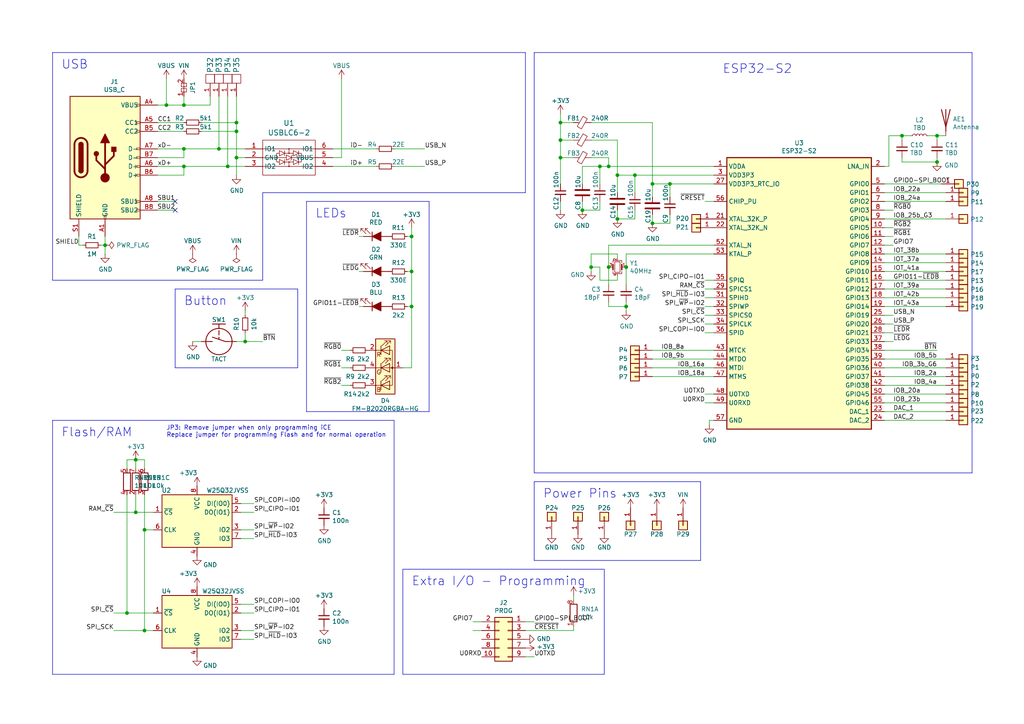
<source format=kicad_sch>
(kicad_sch (version 20200618) (host eeschema "5.99.0-unknown-476558e~101~ubuntu18.04.1")
  (page 1 1)
  (paper "A4")
  (title_block (title "Obsidian Boa") (date "2020-07-06") (rev "r0.1") (company "GsD") (comment 1 "Inspired by 1BitSquared iceBitsy design") (comment 3 "© 2020 Greg Davill <greg.davill@gmail.com>") (comment 4 "License: CC BY-SA 4.0"))
  (junction (at 30.48 71.12))
  (junction (at 36.83 177.8))
  (junction (at 39.37 133.35))
  (junction (at 39.37 148.59))
  (junction (at 41.91 153.67))
  (junction (at 41.91 182.88))
  (junction (at 48.26 30.48))
  (junction (at 53.34 30.48))
  (junction (at 53.34 43.18))
  (junction (at 53.34 48.26))
  (junction (at 63.5 43.18))
  (junction (at 66.04 48.26))
  (junction (at 68.58 35.56))
  (junction (at 68.58 38.1))
  (junction (at 68.58 45.72))
  (junction (at 71.12 99.06))
  (junction (at 119.38 68.58))
  (junction (at 119.38 78.74))
  (junction (at 119.38 88.9))
  (junction (at 162.56 35.56))
  (junction (at 162.56 40.64))
  (junction (at 162.56 45.72))
  (junction (at 168.91 60.96))
  (junction (at 171.45 77.47))
  (junction (at 173.99 48.26))
  (junction (at 176.53 48.26))
  (junction (at 176.53 77.47))
  (junction (at 179.07 50.8))
  (junction (at 179.07 63.5))
  (junction (at 181.61 77.47))
  (junction (at 181.61 88.9))
  (junction (at 184.15 50.8))
  (junction (at 189.23 53.34))
  (junction (at 189.23 64.77))
  (junction (at 194.31 53.34))
  (junction (at 261.62 39.37))
  (junction (at 271.78 39.37))
  (junction (at 271.78 46.99))
  (junction (at 313.69 152.4))
  (junction (at 321.31 152.4))
  (junction (at 360.68 149.86))
  (junction (at 360.68 160.02))
  (junction (at 360.68 161.29))
  (junction (at 364.49 149.86))
  (junction (at 370.84 149.86))
  (no_connect (at 50.8 58.42))
  (no_connect (at 50.8 60.96))
  (wire (pts (xy 22.86 68.58) (xy 22.86 71.12)))
  (wire (pts (xy 22.86 71.12) (xy 24.13 71.12)))
  (wire (pts (xy 29.21 71.12) (xy 30.48 71.12)))
  (wire (pts (xy 30.48 71.12) (xy 30.48 68.58)))
  (wire (pts (xy 30.48 71.12) (xy 30.48 73.66)))
  (wire (pts (xy 33.02 148.59) (xy 39.37 148.59)))
  (wire (pts (xy 33.02 177.8) (xy 36.83 177.8)))
  (wire (pts (xy 33.02 182.88) (xy 41.91 182.88)))
  (wire (pts (xy 36.83 133.35) (xy 36.83 135.89)))
  (wire (pts (xy 36.83 143.51) (xy 36.83 177.8)))
  (wire (pts (xy 36.83 177.8) (xy 44.45 177.8)))
  (wire (pts (xy 39.37 133.35) (xy 36.83 133.35)))
  (wire (pts (xy 39.37 133.35) (xy 39.37 135.89)))
  (wire (pts (xy 39.37 133.35) (xy 41.91 133.35)))
  (wire (pts (xy 39.37 143.51) (xy 39.37 148.59)))
  (wire (pts (xy 39.37 148.59) (xy 44.45 148.59)))
  (wire (pts (xy 41.91 133.35) (xy 41.91 135.89)))
  (wire (pts (xy 41.91 143.51) (xy 41.91 153.67)))
  (wire (pts (xy 41.91 153.67) (xy 41.91 182.88)))
  (wire (pts (xy 41.91 182.88) (xy 44.45 182.88)))
  (wire (pts (xy 44.45 153.67) (xy 41.91 153.67)))
  (wire (pts (xy 45.72 30.48) (xy 48.26 30.48)))
  (wire (pts (xy 45.72 35.56) (xy 53.34 35.56)))
  (wire (pts (xy 45.72 38.1) (xy 53.34 38.1)))
  (wire (pts (xy 45.72 43.18) (xy 53.34 43.18)))
  (wire (pts (xy 45.72 45.72) (xy 53.34 45.72)))
  (wire (pts (xy 45.72 48.26) (xy 53.34 48.26)))
  (wire (pts (xy 45.72 50.8) (xy 53.34 50.8)))
  (wire (pts (xy 45.72 58.42) (xy 50.8 58.42)))
  (wire (pts (xy 45.72 60.96) (xy 50.8 60.96)))
  (wire (pts (xy 48.26 30.48) (xy 48.26 22.86)))
  (wire (pts (xy 48.26 30.48) (xy 53.34 30.48)))
  (wire (pts (xy 53.34 27.94) (xy 53.34 30.48)))
  (wire (pts (xy 53.34 43.18) (xy 63.5 43.18)))
  (wire (pts (xy 53.34 45.72) (xy 53.34 43.18)))
  (wire (pts (xy 53.34 48.26) (xy 66.04 48.26)))
  (wire (pts (xy 53.34 50.8) (xy 53.34 48.26)))
  (wire (pts (xy 58.42 35.56) (xy 68.58 35.56)))
  (wire (pts (xy 58.42 38.1) (xy 68.58 38.1)))
  (wire (pts (xy 58.42 99.06) (xy 55.88 99.06)))
  (wire (pts (xy 60.96 27.94) (xy 60.96 30.48)))
  (wire (pts (xy 60.96 30.48) (xy 53.34 30.48)))
  (wire (pts (xy 63.5 27.94) (xy 63.5 43.18)))
  (wire (pts (xy 63.5 43.18) (xy 71.12 43.18)))
  (wire (pts (xy 66.04 27.94) (xy 66.04 48.26)))
  (wire (pts (xy 66.04 48.26) (xy 71.12 48.26)))
  (wire (pts (xy 68.58 27.94) (xy 68.58 35.56)))
  (wire (pts (xy 68.58 35.56) (xy 68.58 38.1)))
  (wire (pts (xy 68.58 38.1) (xy 68.58 45.72)))
  (wire (pts (xy 68.58 45.72) (xy 68.58 50.8)))
  (wire (pts (xy 68.58 99.06) (xy 71.12 99.06)))
  (wire (pts (xy 69.85 146.05) (xy 73.66 146.05)))
  (wire (pts (xy 69.85 148.59) (xy 73.66 148.59)))
  (wire (pts (xy 69.85 153.67) (xy 73.66 153.67)))
  (wire (pts (xy 69.85 156.21) (xy 73.66 156.21)))
  (wire (pts (xy 69.85 175.26) (xy 73.66 175.26)))
  (wire (pts (xy 69.85 177.8) (xy 73.66 177.8)))
  (wire (pts (xy 69.85 182.88) (xy 73.66 182.88)))
  (wire (pts (xy 69.85 185.42) (xy 73.66 185.42)))
  (wire (pts (xy 71.12 45.72) (xy 68.58 45.72)))
  (wire (pts (xy 71.12 90.17) (xy 71.12 91.44)))
  (wire (pts (xy 71.12 99.06) (xy 71.12 96.52)))
  (wire (pts (xy 71.12 99.06) (xy 76.2 99.06)))
  (wire (pts (xy 96.52 43.18) (xy 109.22 43.18)))
  (wire (pts (xy 96.52 45.72) (xy 99.06 45.72)))
  (wire (pts (xy 96.52 48.26) (xy 109.22 48.26)))
  (wire (pts (xy 99.06 45.72) (xy 99.06 22.86)))
  (wire (pts (xy 99.06 101.6) (xy 101.6 101.6)))
  (wire (pts (xy 99.06 106.68) (xy 101.6 106.68)))
  (wire (pts (xy 99.06 111.76) (xy 101.6 111.76)))
  (wire (pts (xy 104.14 88.9) (xy 105.41 88.9)))
  (wire (pts (xy 105.41 68.58) (xy 104.14 68.58)))
  (wire (pts (xy 105.41 78.74) (xy 104.14 78.74)))
  (wire (pts (xy 114.3 43.18) (xy 123.19 43.18)))
  (wire (pts (xy 114.3 48.26) (xy 123.19 48.26)))
  (wire (pts (xy 116.84 106.68) (xy 119.38 106.68)))
  (wire (pts (xy 118.11 68.58) (xy 119.38 68.58)))
  (wire (pts (xy 118.11 78.74) (xy 119.38 78.74)))
  (wire (pts (xy 118.11 88.9) (xy 119.38 88.9)))
  (wire (pts (xy 119.38 68.58) (xy 119.38 66.04)))
  (wire (pts (xy 119.38 78.74) (xy 119.38 68.58)))
  (wire (pts (xy 119.38 88.9) (xy 119.38 78.74)))
  (wire (pts (xy 119.38 106.68) (xy 119.38 88.9)))
  (wire (pts (xy 139.7 180.34) (xy 137.16 180.34)))
  (wire (pts (xy 139.7 182.88) (xy 137.16 182.88)))
  (wire (pts (xy 152.4 180.34) (xy 154.94 180.34)))
  (wire (pts (xy 152.4 182.88) (xy 166.37 182.88)))
  (wire (pts (xy 152.4 190.5) (xy 154.94 190.5)))
  (wire (pts (xy 162.56 33.02) (xy 162.56 35.56)))
  (wire (pts (xy 162.56 35.56) (xy 162.56 40.64)))
  (wire (pts (xy 162.56 35.56) (xy 166.37 35.56)))
  (wire (pts (xy 162.56 40.64) (xy 162.56 45.72)))
  (wire (pts (xy 162.56 40.64) (xy 166.37 40.64)))
  (wire (pts (xy 162.56 45.72) (xy 162.56 53.34)))
  (wire (pts (xy 162.56 45.72) (xy 166.37 45.72)))
  (wire (pts (xy 162.56 60.96) (xy 162.56 58.42)))
  (wire (pts (xy 166.37 172.72) (xy 166.37 173.99)))
  (wire (pts (xy 166.37 182.88) (xy 166.37 181.61)))
  (wire (pts (xy 168.91 48.26) (xy 173.99 48.26)))
  (wire (pts (xy 168.91 53.34) (xy 168.91 48.26)))
  (wire (pts (xy 168.91 58.42) (xy 168.91 60.96)))
  (wire (pts (xy 168.91 60.96) (xy 173.99 60.96)))
  (wire (pts (xy 171.45 35.56) (xy 189.23 35.56)))
  (wire (pts (xy 171.45 40.64) (xy 179.07 40.64)))
  (wire (pts (xy 171.45 45.72) (xy 176.53 45.72)))
  (wire (pts (xy 171.45 73.66) (xy 179.07 73.66)))
  (wire (pts (xy 171.45 77.47) (xy 171.45 73.66)))
  (wire (pts (xy 171.45 78.74) (xy 171.45 77.47)))
  (wire (pts (xy 173.99 48.26) (xy 173.99 53.34)))
  (wire (pts (xy 173.99 48.26) (xy 176.53 48.26)))
  (wire (pts (xy 173.99 58.42) (xy 173.99 60.96)))
  (wire (pts (xy 173.99 77.47) (xy 171.45 77.47)))
  (wire (pts (xy 173.99 81.28) (xy 173.99 77.47)))
  (wire (pts (xy 176.53 45.72) (xy 176.53 48.26)))
  (wire (pts (xy 176.53 48.26) (xy 207.01 48.26)))
  (wire (pts (xy 176.53 71.12) (xy 207.01 71.12)))
  (wire (pts (xy 176.53 77.47) (xy 176.53 71.12)))
  (wire (pts (xy 176.53 82.55) (xy 176.53 77.47)))
  (wire (pts (xy 176.53 87.63) (xy 176.53 88.9)))
  (wire (pts (xy 176.53 88.9) (xy 181.61 88.9)))
  (wire (pts (xy 179.07 40.64) (xy 179.07 50.8)))
  (wire (pts (xy 179.07 50.8) (xy 184.15 50.8)))
  (wire (pts (xy 179.07 55.88) (xy 179.07 50.8)))
  (wire (pts (xy 179.07 60.96) (xy 179.07 63.5)))
  (wire (pts (xy 179.07 63.5) (xy 184.15 63.5)))
  (wire (pts (xy 179.07 73.66) (xy 179.07 74.93)))
  (wire (pts (xy 179.07 80.01) (xy 179.07 81.28)))
  (wire (pts (xy 179.07 81.28) (xy 173.99 81.28)))
  (wire (pts (xy 181.61 73.66) (xy 181.61 77.47)))
  (wire (pts (xy 181.61 73.66) (xy 207.01 73.66)))
  (wire (pts (xy 181.61 82.55) (xy 181.61 77.47)))
  (wire (pts (xy 181.61 88.9) (xy 181.61 87.63)))
  (wire (pts (xy 181.61 88.9) (xy 181.61 90.17)))
  (wire (pts (xy 184.15 50.8) (xy 184.15 55.88)))
  (wire (pts (xy 184.15 50.8) (xy 207.01 50.8)))
  (wire (pts (xy 184.15 60.96) (xy 184.15 63.5)))
  (wire (pts (xy 189.23 35.56) (xy 189.23 53.34)))
  (wire (pts (xy 189.23 53.34) (xy 194.31 53.34)))
  (wire (pts (xy 189.23 57.15) (xy 189.23 53.34)))
  (wire (pts (xy 189.23 62.23) (xy 189.23 64.77)))
  (wire (pts (xy 189.23 64.77) (xy 194.31 64.77)))
  (wire (pts (xy 194.31 53.34) (xy 194.31 57.15)))
  (wire (pts (xy 194.31 53.34) (xy 207.01 53.34)))
  (wire (pts (xy 194.31 62.23) (xy 194.31 64.77)))
  (wire (pts (xy 204.47 58.42) (xy 207.01 58.42)))
  (wire (pts (xy 205.74 121.92) (xy 207.01 121.92)))
  (wire (pts (xy 205.74 123.19) (xy 205.74 121.92)))
  (wire (pts (xy 207.01 81.28) (xy 204.47 81.28)))
  (wire (pts (xy 207.01 83.82) (xy 204.47 83.82)))
  (wire (pts (xy 207.01 86.36) (xy 204.47 86.36)))
  (wire (pts (xy 207.01 88.9) (xy 204.47 88.9)))
  (wire (pts (xy 207.01 91.44) (xy 204.47 91.44)))
  (wire (pts (xy 207.01 93.98) (xy 204.47 93.98)))
  (wire (pts (xy 207.01 96.52) (xy 204.47 96.52)))
  (wire (pts (xy 207.01 101.6) (xy 189.23 101.6)))
  (wire (pts (xy 207.01 104.14) (xy 189.23 104.14)))
  (wire (pts (xy 207.01 106.68) (xy 189.23 106.68)))
  (wire (pts (xy 207.01 109.22) (xy 189.23 109.22)))
  (wire (pts (xy 207.01 114.3) (xy 204.47 114.3)))
  (wire (pts (xy 207.01 116.84) (xy 204.47 116.84)))
  (wire (pts (xy 256.54 48.26) (xy 257.81 48.26)))
  (wire (pts (xy 256.54 53.34) (xy 273.05 53.34)))
  (wire (pts (xy 256.54 55.88) (xy 274.32 55.88)))
  (wire (pts (xy 256.54 58.42) (xy 274.32 58.42)))
  (wire (pts (xy 256.54 63.5) (xy 274.32 63.5)))
  (wire (pts (xy 256.54 73.66) (xy 274.32 73.66)))
  (wire (pts (xy 256.54 76.2) (xy 274.32 76.2)))
  (wire (pts (xy 256.54 78.74) (xy 274.32 78.74)))
  (wire (pts (xy 256.54 81.28) (xy 274.32 81.28)))
  (wire (pts (xy 256.54 83.82) (xy 274.32 83.82)))
  (wire (pts (xy 256.54 86.36) (xy 274.32 86.36)))
  (wire (pts (xy 256.54 88.9) (xy 274.32 88.9)))
  (wire (pts (xy 256.54 91.44) (xy 259.08 91.44)))
  (wire (pts (xy 256.54 93.98) (xy 259.08 93.98)))
  (wire (pts (xy 256.54 96.52) (xy 259.08 96.52)))
  (wire (pts (xy 256.54 99.06) (xy 259.08 99.06)))
  (wire (pts (xy 256.54 101.6) (xy 271.78 101.6)))
  (wire (pts (xy 256.54 104.14) (xy 274.32 104.14)))
  (wire (pts (xy 256.54 106.68) (xy 274.32 106.68)))
  (wire (pts (xy 256.54 109.22) (xy 274.32 109.22)))
  (wire (pts (xy 256.54 111.76) (xy 274.32 111.76)))
  (wire (pts (xy 256.54 114.3) (xy 274.32 114.3)))
  (wire (pts (xy 256.54 116.84) (xy 274.32 116.84)))
  (wire (pts (xy 256.54 119.38) (xy 274.32 119.38)))
  (wire (pts (xy 256.54 121.92) (xy 274.32 121.92)))
  (wire (pts (xy 257.81 39.37) (xy 261.62 39.37)))
  (wire (pts (xy 257.81 48.26) (xy 257.81 39.37)))
  (wire (pts (xy 259.08 60.96) (xy 256.54 60.96)))
  (wire (pts (xy 259.08 66.04) (xy 256.54 66.04)))
  (wire (pts (xy 259.08 68.58) (xy 256.54 68.58)))
  (wire (pts (xy 259.08 71.12) (xy 256.54 71.12)))
  (wire (pts (xy 261.62 39.37) (xy 264.16 39.37)))
  (wire (pts (xy 261.62 40.64) (xy 261.62 39.37)))
  (wire (pts (xy 261.62 45.72) (xy 261.62 46.99)))
  (wire (pts (xy 261.62 46.99) (xy 271.78 46.99)))
  (wire (pts (xy 269.24 39.37) (xy 271.78 39.37)))
  (wire (pts (xy 271.78 39.37) (xy 271.78 40.64)))
  (wire (pts (xy 271.78 39.37) (xy 274.32 39.37)))
  (wire (pts (xy 271.78 45.72) (xy 271.78 46.99)))
  (wire (pts (xy 313.69 144.78) (xy 313.69 152.4)))
  (wire (pts (xy 313.69 152.4) (xy 321.31 152.4)))
  (wire (pts (xy 313.69 157.48) (xy 313.69 152.4)))
  (wire (pts (xy 313.69 165.1) (xy 313.69 167.64)))
  (wire (pts (xy 321.31 152.4) (xy 326.39 152.4)))
  (wire (pts (xy 321.31 154.94) (xy 321.31 152.4)))
  (wire (pts (xy 323.85 149.86) (xy 323.85 160.02)))
  (wire (pts (xy 323.85 149.86) (xy 326.39 149.86)))
  (wire (pts (xy 326.39 154.94) (xy 321.31 154.94)))
  (wire (pts (xy 327.66 127) (xy 345.44 127)))
  (wire (pts (xy 332.74 58.42) (xy 335.28 58.42)))
  (wire (pts (xy 332.74 60.96) (xy 335.28 60.96)))
  (wire (pts (xy 349.25 149.86) (xy 353.06 149.86)))
  (wire (pts (xy 349.25 152.4) (xy 351.79 152.4)))
  (wire (pts (xy 351.79 152.4) (xy 351.79 161.29)))
  (wire (pts (xy 354.33 154.94) (xy 349.25 154.94)))
  (wire (pts (xy 354.33 161.29) (xy 354.33 154.94)))
  (wire (pts (xy 358.14 149.86) (xy 360.68 149.86)))
  (wire (pts (xy 360.68 149.86) (xy 360.68 151.13)))
  (wire (pts (xy 360.68 149.86) (xy 364.49 149.86)))
  (wire (pts (xy 360.68 158.75) (xy 360.68 160.02)))
  (wire (pts (xy 360.68 160.02) (xy 360.68 161.29)))
  (wire (pts (xy 360.68 160.02) (xy 364.49 160.02)))
  (wire (pts (xy 360.68 161.29) (xy 354.33 161.29)))
  (wire (pts (xy 360.68 168.91) (xy 360.68 170.18)))
  (wire (pts (xy 364.49 149.86) (xy 364.49 151.13)))
  (wire (pts (xy 364.49 149.86) (xy 370.84 149.86)))
  (wire (pts (xy 364.49 158.75) (xy 364.49 160.02)))
  (wire (pts (xy 368.3 57.15) (xy 386.08 57.15)))
  (wire (pts (xy 368.3 59.69) (xy 370.84 59.69)))
  (wire (pts (xy 368.3 62.23) (xy 370.84 62.23)))
  (wire (pts (xy 368.3 69.85) (xy 370.84 69.85)))
  (wire (pts (xy 368.3 72.39) (xy 370.84 72.39)))
  (wire (pts (xy 368.3 74.93) (xy 370.84 74.93)))
  (wire (pts (xy 368.3 77.47) (xy 370.84 77.47)))
  (wire (pts (xy 368.3 80.01) (xy 370.84 80.01)))
  (wire (pts (xy 368.3 90.17) (xy 370.84 90.17)))
  (wire (pts (xy 370.84 144.78) (xy 370.84 149.86)))
  (wire (pts (xy 370.84 149.86) (xy 370.84 156.21)))
  (wire (pts (xy 370.84 163.83) (xy 370.84 166.37)))
  (polyline (pts (xy 15.24 15.24) (xy 152.4 15.24)) (stroke (width 0) (type solid)))
  (polyline (pts (xy 15.24 81.28) (xy 15.24 15.24)) (stroke (width 0) (type solid)))
  (polyline (pts (xy 15.24 121.92) (xy 114.3 121.92)) (stroke (width 0) (type solid)))
  (polyline (pts (xy 15.24 195.58) (xy 15.24 121.92)) (stroke (width 0) (type solid)))
  (polyline (pts (xy 50.8 106.68) (xy 50.8 83.82)) (stroke (width 0) (type solid)))
  (polyline (pts (xy 76.2 55.88) (xy 76.2 81.28)) (stroke (width 0) (type solid)))
  (polyline (pts (xy 76.2 81.28) (xy 15.24 81.28)) (stroke (width 0) (type solid)))
  (polyline (pts (xy 86.36 83.82) (xy 50.8 83.82)) (stroke (width 0) (type solid)))
  (polyline (pts (xy 86.36 106.68) (xy 50.8 106.68)) (stroke (width 0) (type solid)))
  (polyline (pts (xy 86.36 106.68) (xy 86.36 83.82)) (stroke (width 0) (type solid)))
  (polyline (pts (xy 88.9 58.42) (xy 88.9 119.38)) (stroke (width 0) (type solid)))
  (polyline (pts (xy 114.3 121.92) (xy 114.3 195.58)) (stroke (width 0) (type solid)))
  (polyline (pts (xy 114.3 195.58) (xy 15.24 195.58)) (stroke (width 0) (type solid)))
  (polyline (pts (xy 116.84 195.58) (xy 116.84 165.1)) (stroke (width 0) (type solid)))
  (polyline (pts (xy 124.46 58.42) (xy 88.9 58.42)) (stroke (width 0) (type solid)))
  (polyline (pts (xy 124.46 58.42) (xy 124.46 119.38)) (stroke (width 0) (type solid)))
  (polyline (pts (xy 124.46 119.38) (xy 88.9 119.38)) (stroke (width 0) (type solid)))
  (polyline (pts (xy 152.4 15.24) (xy 152.4 55.88)) (stroke (width 0) (type solid)))
  (polyline (pts (xy 152.4 55.88) (xy 76.2 55.88)) (stroke (width 0) (type solid)))
  (polyline (pts (xy 154.94 15.24) (xy 281.94 15.24)) (stroke (width 0) (type solid)))
  (polyline (pts (xy 154.94 137.16) (xy 154.94 15.24)) (stroke (width 0) (type solid)))
  (polyline (pts (xy 154.94 139.7) (xy 203.2 139.7)) (stroke (width 0) (type solid)))
  (polyline (pts (xy 154.94 162.56) (xy 154.94 139.7)) (stroke (width 0) (type solid)))
  (polyline (pts (xy 175.26 165.1) (xy 116.84 165.1)) (stroke (width 0) (type solid)))
  (polyline (pts (xy 175.26 195.58) (xy 116.84 195.58)) (stroke (width 0) (type solid)))
  (polyline (pts (xy 175.26 195.58) (xy 175.26 165.1)) (stroke (width 0) (type solid)))
  (polyline (pts (xy 203.2 139.7) (xy 203.2 162.56)) (stroke (width 0) (type solid)))
  (polyline (pts (xy 203.2 162.56) (xy 154.94 162.56)) (stroke (width 0) (type solid)))
  (polyline (pts (xy 281.94 15.24) (xy 281.94 137.16)) (stroke (width 0) (type solid)))
  (polyline (pts (xy 281.94 137.16) (xy 154.94 137.16)) (stroke (width 0) (type solid)))
  (text "USB" (at 17.78 20.32 0) (effects (font (size 2.54 2.54)) (justify left bottom)))
  (text "Flash/RAM" (at 17.78 127 0) (effects (font (size 2.54 2.54)) (justify left bottom)))
  (text "JP3: Remove jumper when only programming iCE\nReplace jumper for programming Flash and for normal operation" (at 48.26 127 0) (effects (font (size 1.27 1.27)) (justify left bottom)))
  (text "Button" (at 53.34 88.9 0) (effects (font (size 2.54 2.54)) (justify left bottom)))
  (text "LEDs" (at 91.44 63.5 0) (effects (font (size 2.54 2.54)) (justify left bottom)))
  (text "Extra I/O - Programming" (at 119.38 170.18 0) (effects (font (size 2.54 2.54)) (justify left bottom)))
  (text "Power Pins" (at 157.48 144.78 0) (effects (font (size 2.54 2.54)) (justify left bottom)))
  (text "ESP32-S2\n" (at 209.55 21.59 0) (effects (font (size 2.54 2.54)) (justify left bottom)))
  (label "SHIELD" (at 22.86 71.12 180))
  (label "RAM_~CS" (at 33.02 148.59 180))
  (label "SPI_~CS" (at 33.02 177.8 180))
  (label "SPI_SCK" (at 33.02 182.88 180))
  (label "CC1" (at 45.72 35.56 0))
  (label "CC2" (at 45.72 38.1 0))
  (label "xD-" (at 45.72 43.18 0))
  (label "xD+" (at 45.72 48.26 0))
  (label "SBU1" (at 50.8 58.42 180))
  (label "SBU2" (at 50.8 60.96 180))
  (label "SPI_COPI-IO0" (at 73.66 146.05 0))
  (label "SPI_CIPO-IO1" (at 73.66 148.59 0))
  (label "SPI_~WP~-IO2" (at 73.66 153.67 0))
  (label "SPI_~HLD~-IO3" (at 73.66 156.21 0))
  (label "SPI_COPI-IO0" (at 73.66 175.26 0))
  (label "SPI_CIPO-IO1" (at 73.66 177.8 0))
  (label "SPI_~WP~-IO2" (at 73.66 182.88 0))
  (label "SPI_~HLD~-IO3" (at 73.66 185.42 0))
  (label "~BTN" (at 76.2 99.06 0))
  (label "~RGB0" (at 99.06 101.6 180))
  (label "~RGB1" (at 99.06 106.68 180))
  (label "~RGB2" (at 99.06 111.76 180))
  (label "iD-" (at 101.6 43.18 0))
  (label "iD+" (at 101.6 48.26 0))
  (label "~LEDR" (at 104.14 68.58 180))
  (label "~LEDG" (at 104.14 78.74 180))
  (label "GPIO11-~LEDB" (at 104.14 88.9 180))
  (label "USB_N" (at 123.19 43.18 0))
  (label "USB_P" (at 123.19 48.26 0))
  (label "GPIO7" (at 137.16 180.34 180))
  (label "U0RXD" (at 139.7 190.5 180))
  (label "GPIO0-SPI_BOOT" (at 154.94 180.34 0))
  (label "~CRESET" (at 154.94 182.88 0))
  (label "U0TXD" (at 154.94 190.5 0))
  (label "IOB_8a" (at 191.77 101.6 0))
  (label "IOB_9b" (at 191.77 104.14 0))
  (label "~CRESET" (at 204.47 58.42 180))
  (label "SPI_CIPO-IO1" (at 204.47 81.28 180))
  (label "RAM_~CS" (at 204.47 83.82 180))
  (label "SPI_~HLD~-IO3" (at 204.47 86.36 180))
  (label "SPI_~WP~-IO2" (at 204.47 88.9 180))
  (label "SPI_~CS" (at 204.47 91.44 180))
  (label "SPI_SCK" (at 204.47 93.98 180))
  (label "SPI_COPI-IO0" (at 204.47 96.52 180))
  (label "IOB_16a" (at 204.47 106.68 180))
  (label "IOB_18a" (at 204.47 109.22 180))
  (label "U0TXD" (at 204.47 114.3 180))
  (label "U0RXD" (at 204.47 116.84 180))
  (label "GPIO0-SPI_BOOT" (at 259.08 53.34 0))
  (label "IOB_22a" (at 259.08 55.88 0))
  (label "IOB_24a" (at 259.08 58.42 0))
  (label "~RGB0" (at 259.08 60.96 0))
  (label "IOB_25b_G3" (at 259.08 63.5 0))
  (label "~RGB2" (at 259.08 66.04 0))
  (label "~RGB1" (at 259.08 68.58 0))
  (label "GPIO7" (at 259.08 71.12 0))
  (label "IOT_38b" (at 259.08 73.66 0))
  (label "IOT_37a" (at 259.08 76.2 0))
  (label "IOT_41a" (at 259.08 78.74 0))
  (label "GPIO11-~LEDB" (at 259.08 81.28 0))
  (label "IOT_39a" (at 259.08 83.82 0))
  (label "IOT_42b" (at 259.08 86.36 0))
  (label "IOT_43a" (at 259.08 88.9 0))
  (label "USB_N" (at 259.08 91.44 0))
  (label "USB_P" (at 259.08 93.98 0))
  (label "~LEDR" (at 259.08 96.52 0))
  (label "~LEDG" (at 259.08 99.06 0))
  (label "IOB_20a" (at 259.08 114.3 0))
  (label "IOB_23b" (at 259.08 116.84 0))
  (label "DAC_1" (at 259.08 119.38 0))
  (label "DAC_2" (at 259.08 121.92 0))
  (label "~BTN" (at 271.78 101.6 180))
  (label "IOB_5b" (at 271.78 104.14 180))
  (label "IOB_3b_G6" (at 271.78 106.68 180))
  (label "IOB_2a" (at 271.78 109.22 180))
  (label "IOB_4a" (at 271.78 111.76 180))
  (label "IOT_44b" (at 330.2 76.2 0))
  (label "~CRESET" (at 330.2 127 0))
  (label "SPI_~HLD~-IO3" (at 335.28 58.42 0))
  (label "SPI_~WP~-IO2" (at 335.28 60.96 0))
  (label "USB_DET" (at 370.84 59.69 0))
  (label "CLK" (at 370.84 62.23 0))
  (label "USB_N" (at 370.84 69.85 0))
  (label "USB_P" (at 370.84 72.39 0))
  (label "~RGB0" (at 370.84 74.93 0))
  (label "~RGB1" (at 370.84 77.47 0))
  (label "~RGB2" (at 370.84 80.01 0))
  (label "IOB_13b-~LEDG" (at 370.84 90.17 0))
  (symbol (lib_name "Device:L_Small_1") (lib_id "Device:L_Small") (at 266.7 39.37 90) (unit 1)
    (property "Reference" "L2" (at 266.7 34.7788 90))
    (property "Value" "TBD" (at 266.7 37.0775 90))
    (property "Footprint" "Inductor_SMD:L_0402_1005Metric" (effects hide))
  )
  (symbol (lib_id "Device:L_Small") (at 355.6 149.86 90) (unit 1)
    (property "Reference" "L1" (at 355.6 145.2688 90))
    (property "Value" "2.2uH" (at 355.6 147.5675 90))
    (property "Footprint" "Inductor_SMD:L_0805_2012Metric" (effects hide))
  )
  (symbol (lib_id "power:PWR_FLAG") (at 30.48 71.12 270) (unit 1)
    (property "Reference" "#FLG0101" (effects hide))
    (property "Value" "PWR_FLAG" (at 33.7312 71.12 90) (effects (justify left)))
  )
  (symbol (lib_id "power:PWR_FLAG") (at 55.88 73.66 180) (unit 1)
    (property "Reference" "#FLG0102" (effects hide))
    (property "Value" "PWR_FLAG" (at 55.88 78.0542 0))
  )
  (symbol (lib_id "power:PWR_FLAG") (at 68.58 73.66 180) (unit 1)
    (property "Reference" "#FLG0103" (effects hide))
    (property "Value" "PWR_FLAG" (at 68.58 78.0542 0))
  )
  (symbol (lib_id "gkl_power:GND") (at 313.69 167.64 0) (unit 1)
    (property "Reference" "#PWR0102" (effects hide))
    (property "Value" "GND" (at 313.7662 170.8404 0))
  )
  (symbol (lib_id "gkl_power:GND") (at 323.85 160.02 0) (mirror y) (unit 1)
    (property "Reference" "#PWR0106" (effects hide))
    (property "Value" "GND" (at 323.7738 163.2204 0))
  )
  (symbol (lib_id "gkl_power:GND") (at 351.79 161.29 0) (unit 1)
    (property "Reference" "#PWR0133" (effects hide))
    (property "Value" "GND" (at 351.8662 164.4904 0))
  )
  (symbol (lib_id "gkl_power:GND") (at 360.68 170.18 0) (unit 1)
    (property "Reference" "#PWR0135" (effects hide))
    (property "Value" "GND" (at 360.7562 173.3804 0))
  )
  (symbol (lib_id "gkl_power:GND") (at 370.84 166.37 0) (unit 1)
    (property "Reference" "#PWR0134" (effects hide))
    (property "Value" "GND" (at 370.9162 169.5704 0))
  )
  (symbol (lib_id "power:+3V3") (at 39.37 133.35 0) (unit 1)
    (property "Reference" "#PWR0125" (effects hide))
    (property "Value" "+3V3" (at 39.37 129.54 0))
  )
  (symbol (lib_id "power:VBUS") (at 48.26 22.86 0) (unit 1)
    (property "Reference" "#PWR0104" (effects hide))
    (property "Value" "VBUS" (at 48.26 19.05 0))
  )
  (symbol (lib_id "icebreaker-bitsy-rescue:VIN-pkl_power") (at 53.34 22.86 0) (unit 1)
    (property "Reference" "#PWR0108" (effects hide))
    (property "Value" "VIN" (at 53.34 19.05 0))
  )
  (symbol (lib_id "power:VBUS") (at 55.88 73.66 0) (unit 1)
    (property "Reference" "#PWR0122" (effects hide))
    (property "Value" "VBUS" (at 55.88 69.85 0))
  )
  (symbol (lib_id "power:+3V3") (at 57.15 140.97 0) (unit 1)
    (property "Reference" "#PWR0116" (effects hide))
    (property "Value" "+3V3" (at 54.61 137.16 0))
  )
  (symbol (lib_id "power:+3V3") (at 57.15 170.18 0) (unit 1)
    (property "Reference" "#PWR0129" (effects hide))
    (property "Value" "+3V3" (at 54.61 166.37 0))
  )
  (symbol (lib_id "icebreaker-bitsy-rescue:VIN-pkl_power") (at 68.58 73.66 0) (unit 1)
    (property "Reference" "#PWR0123" (effects hide))
    (property "Value" "VIN" (at 68.58 69.85 0))
  )
  (symbol (lib_id "power:+3V3") (at 71.12 90.17 0) (unit 1)
    (property "Reference" "#PWR0139" (effects hide))
    (property "Value" "+3V3" (at 71.12 86.36 0))
  )
  (symbol (lib_id "power:+3V3") (at 93.98 147.32 0) (unit 1)
    (property "Reference" "#PWR0130" (effects hide))
    (property "Value" "+3V3" (at 93.98 143.51 0))
  )
  (symbol (lib_id "power:+3V3") (at 93.98 176.53 0) (unit 1)
    (property "Reference" "#PWR0114" (effects hide))
    (property "Value" "+3V3" (at 93.98 172.72 0))
  )
  (symbol (lib_id "power:VBUS") (at 99.06 22.86 0) (unit 1)
    (property "Reference" "#PWR0105" (effects hide))
    (property "Value" "VBUS" (at 99.06 19.05 0))
  )
  (symbol (lib_id "power:+3V3") (at 119.38 66.04 0) (unit 1)
    (property "Reference" "#PWR0110" (effects hide))
    (property "Value" "+3V3" (at 119.38 62.23 0))
  )
  (symbol (lib_id "power:+3.3V") (at 152.4 187.96 270) (mirror x) (unit 1)
    (property "Reference" "#PWR0111" (effects hide))
    (property "Value" "+3.3V" (at 155.6512 187.579 90) (effects (justify left)))
  )
  (symbol (lib_id "power:+3V3") (at 162.56 33.02 0) (unit 1)
    (property "Reference" "#PWR043" (effects hide))
    (property "Value" "+3V3" (at 162.56 29.21 0))
  )
  (symbol (lib_id "power:+3V3") (at 166.37 172.72 0) (unit 1)
    (property "Reference" "#PWR0121" (effects hide))
    (property "Value" "+3V3" (at 170.18 171.45 0))
  )
  (symbol (lib_id "power:+3V3") (at 182.88 147.32 0) (unit 1)
    (property "Reference" "#PWR04" (effects hide))
    (property "Value" "+3V3" (at 182.88 143.51 0))
  )
  (symbol (lib_id "power:+3V3") (at 190.5 147.32 0) (unit 1)
    (property "Reference" "#PWR0128" (effects hide))
    (property "Value" "+3V3" (at 190.5 143.51 0))
  )
  (symbol (lib_id "icebreaker-bitsy-rescue:VIN-pkl_power") (at 198.12 147.32 0) (unit 1)
    (property "Reference" "#PWR0109" (effects hide))
    (property "Value" "VIN" (at 198.12 143.51 0))
  )
  (symbol (lib_id "power:VBUS") (at 313.69 144.78 0) (unit 1)
    (property "Reference" "#PWR0112" (effects hide))
    (property "Value" "VBUS" (at 313.69 140.97 0))
  )
  (symbol (lib_id "power:+3V3") (at 370.84 144.78 0) (unit 1)
    (property "Reference" "#PWR0136" (effects hide))
    (property "Value" "+3V3" (at 370.84 140.97 0))
  )
  (symbol (lib_id "power:GND") (at 30.48 73.66 0) (unit 1)
    (property "Reference" "#PWR06" (effects hide))
    (property "Value" "GND" (at 30.607 78.1304 0))
  )
  (symbol (lib_id "power:GND") (at 55.88 99.06 0) (unit 1)
    (property "Reference" "#PWR0117" (effects hide))
    (property "Value" "GND" (at 56.007 103.5304 0))
  )
  (symbol (lib_id "power:GND") (at 57.15 161.29 0) (unit 1)
    (property "Reference" "#PWR0115" (effects hide))
    (property "Value" "GND" (at 60.96 163.83 0))
  )
  (symbol (lib_id "power:GND") (at 57.15 190.5 0) (unit 1)
    (property "Reference" "#PWR0132" (effects hide))
    (property "Value" "GND" (at 60.96 193.04 0))
  )
  (symbol (lib_id "power:GND") (at 68.58 50.8 0) (unit 1)
    (property "Reference" "#PWR0103" (effects hide))
    (property "Value" "GND" (at 68.707 55.2704 0))
  )
  (symbol (lib_id "power:GND") (at 93.98 152.4 0) (unit 1)
    (property "Reference" "#PWR0131" (effects hide))
    (property "Value" "GND" (at 94.107 156.8704 0))
  )
  (symbol (lib_id "power:GND") (at 93.98 181.61 0) (unit 1)
    (property "Reference" "#PWR0113" (effects hide))
    (property "Value" "GND" (at 94.107 186.0804 0))
  )
  (symbol (lib_id "power:GND") (at 152.4 185.42 90) (unit 1)
    (property "Reference" "#PWR0120" (effects hide))
    (property "Value" "GND" (at 155.6512 185.293 90) (effects (justify right)))
  )
  (symbol (lib_id "power:GND") (at 160.02 154.94 0) (unit 1)
    (property "Reference" "#PWR07" (effects hide))
    (property "Value" "GND" (at 160.02 158.75 0))
  )
  (symbol (lib_id "power:GND") (at 162.56 60.96 0) (unit 1)
    (property "Reference" "#PWR0118" (effects hide))
    (property "Value" "GND" (at 162.687 65.4304 0))
  )
  (symbol (lib_id "power:GND") (at 167.64 154.94 0) (unit 1)
    (property "Reference" "#PWR0127" (effects hide))
    (property "Value" "GND" (at 167.64 158.75 0))
  )
  (symbol (lib_id "power:GND") (at 168.91 60.96 0) (unit 1)
    (property "Reference" "#PWR0138" (effects hide))
    (property "Value" "GND" (at 169.037 65.4304 0))
  )
  (symbol (lib_id "power:GND") (at 171.45 78.74 0) (unit 1)
    (property "Reference" "#PWR0119" (effects hide))
    (property "Value" "GND" (at 169.545 79.6925 0) (effects (justify right)))
  )
  (symbol (lib_id "power:GND") (at 175.26 154.94 0) (unit 1)
    (property "Reference" "#PWR0126" (effects hide))
    (property "Value" "GND" (at 175.26 158.75 0))
  )
  (symbol (lib_id "power:GND") (at 179.07 63.5 0) (unit 1)
    (property "Reference" "#PWR0137" (effects hide))
    (property "Value" "GND" (at 179.197 67.9704 0))
  )
  (symbol (lib_id "power:GND") (at 181.61 90.17 0) (unit 1)
    (property "Reference" "#PWR0101" (effects hide))
    (property "Value" "GND" (at 181.737 94.6404 0))
  )
  (symbol (lib_id "power:GND") (at 189.23 64.77 0) (unit 1)
    (property "Reference" "#PWR036" (effects hide))
    (property "Value" "GND" (at 189.357 69.2404 0))
  )
  (symbol (lib_id "power:GND") (at 205.74 123.19 0) (unit 1)
    (property "Reference" "#PWR0107" (effects hide))
    (property "Value" "GND" (at 205.867 127.6604 0))
  )
  (symbol (lib_id "power:GND") (at 271.78 46.99 0) (unit 1)
    (property "Reference" "#PWR0124" (effects hide))
    (property "Value" "GND" (at 273.9137 47.9425 0) (effects (justify left)))
  )
  (symbol (lib_id "icebreaker-bitsy-rescue:pkl_R_Small-pkl_device") (at 26.67 71.12 270) (unit 1)
    (property "Reference" "R1" (at 26.67 68.58 90))
    (property "Value" "1M" (at 26.67 73.66 90))
    (property "Footprint" "Resistor_SMD:R_0402_1005Metric" (effects hide))
    (property "Source" "ANY" (effects hide))
    (property "Key" "res-0402-1m" (effects hide))
  )
  (symbol (lib_id "icebreaker-bitsy-rescue:pkl_R_Small-pkl_device") (at 55.88 35.56 270) (unit 1)
    (property "Reference" "R2" (at 52.07 34.29 90))
    (property "Value" "5k1" (at 59.69 34.29 90))
    (property "Footprint" "Resistor_SMD:R_0402_1005Metric" (effects hide))
    (property "Source" "ANY" (effects hide))
    (property "Key" "res-0402-1m" (effects hide))
  )
  (symbol (lib_id "icebreaker-bitsy-rescue:pkl_R_Small-pkl_device") (at 55.88 38.1 270) (unit 1)
    (property "Reference" "R3" (at 52.07 36.83 90))
    (property "Value" "5k1" (at 59.69 36.83 90))
    (property "Footprint" "Resistor_SMD:R_0402_1005Metric" (effects hide))
    (property "Source" "ANY" (effects hide))
    (property "Key" "res-0402-1m" (effects hide))
  )
  (symbol (lib_id "icebreaker-bitsy-rescue:pkl_R_Small-pkl_device") (at 71.12 93.98 180) (unit 1)
    (property "Reference" "R10" (at 68.58 93.98 90))
    (property "Value" "10k" (at 73.66 93.98 90))
    (property "Footprint" "Resistor_SMD:R_0402_1005Metric" (effects hide))
    (property "Source" "ANY" (effects hide))
    (property "Key" "res-0402-10k" (effects hide))
  )
  (symbol (lib_id "icebreaker-bitsy-rescue:pkl_R_Small-pkl_device") (at 104.14 101.6 90) (unit 1)
    (property "Reference" "R6" (at 101.6 104.14 90))
    (property "Value" "2k2" (at 105.41 104.14 90))
    (property "Footprint" "Resistor_SMD:R_0402_1005Metric" (effects hide))
    (property "Source" "ANY" (effects hide))
    (property "Key" "res-0402-2k2" (effects hide))
  )
  (symbol (lib_id "icebreaker-bitsy-rescue:pkl_R_Small-pkl_device") (at 104.14 106.68 90) (unit 1)
    (property "Reference" "R9" (at 101.6 109.22 90))
    (property "Value" "2k2" (at 105.41 109.22 90))
    (property "Footprint" "Resistor_SMD:R_0402_1005Metric" (effects hide))
    (property "Source" "ANY" (effects hide))
    (property "Key" "res-0402-2k2" (effects hide))
  )
  (symbol (lib_id "icebreaker-bitsy-rescue:pkl_R_Small-pkl_device") (at 104.14 111.76 90) (unit 1)
    (property "Reference" "R14" (at 101.6 114.3 90))
    (property "Value" "2k2" (at 105.41 114.3 90))
    (property "Footprint" "Resistor_SMD:R_0402_1005Metric" (effects hide))
    (property "Source" "ANY" (effects hide))
    (property "Key" "res-0402-2k2" (effects hide))
  )
  (symbol (lib_id "icebreaker-bitsy-rescue:pkl_R_Small-pkl_device") (at 111.76 43.18 270) (unit 1)
    (property "Reference" "R4" (at 107.95 41.91 90))
    (property "Value" "22E" (at 115.57 41.91 90))
    (property "Footprint" "Resistor_SMD:R_0402_1005Metric" (effects hide))
    (property "Key" "res-0402-22" (effects hide))
    (property "Source" "ANY" (effects hide))
  )
  (symbol (lib_id "icebreaker-bitsy-rescue:pkl_R_Small-pkl_device") (at 111.76 48.26 270) (unit 1)
    (property "Reference" "R5" (at 107.95 46.99 90))
    (property "Value" "22E" (at 115.57 46.99 90))
    (property "Footprint" "Resistor_SMD:R_0402_1005Metric" (effects hide))
    (property "Key" "res-0402-22" (effects hide))
    (property "Source" "ANY" (effects hide))
  )
  (symbol (lib_id "icebreaker-bitsy-rescue:pkl_R_Small-pkl_device") (at 115.57 68.58 90) (unit 1)
    (property "Reference" "R11" (at 115.57 66.04 90))
    (property "Value" "330E" (at 115.57 71.12 90))
    (property "Footprint" "Resistor_SMD:R_0402_1005Metric" (effects hide))
    (property "Source" "ANY" (effects hide))
    (property "Key" "res-0402-330" (effects hide))
  )
  (symbol (lib_id "icebreaker-bitsy-rescue:pkl_R_Small-pkl_device") (at 115.57 78.74 90) (unit 1)
    (property "Reference" "R12" (at 115.57 76.2 90))
    (property "Value" "330E" (at 115.57 81.28 90))
    (property "Footprint" "Resistor_SMD:R_0402_1005Metric" (effects hide))
    (property "Source" "ANY" (effects hide))
    (property "Key" "res-0402-330" (effects hide))
  )
  (symbol (lib_id "icebreaker-bitsy-rescue:pkl_R_Small-pkl_device") (at 115.57 88.9 90) (unit 1)
    (property "Reference" "R13" (at 115.57 86.36 90))
    (property "Value" "2k2" (at 115.57 91.44 90))
    (property "Footprint" "Resistor_SMD:R_0402_1005Metric" (effects hide))
    (property "Source" "ANY" (effects hide))
    (property "Key" "res-0402-2k2" (effects hide))
  )
  (symbol (lib_id "icebreaker-bitsy-rescue:pkl_jumper_nc-pkl_misc") (at 53.34 25.4 90) (unit 1)
    (property "Reference" "JP1" (at 55.88 25.4 0))
    (property "Value" "Jumper" (effects hide))
    (property "Footprint" "Jumper:SolderJumper-2_P1.3mm_Bridged2Bar_RoundedPad1.0x1.5mm" (effects hide))
    (property "Source" "ANY" (effects hide))
  )
  (symbol (lib_id "icebreaker-bitsy-rescue:PAD_SMD-pkl_misc") (at 60.96 22.86 90) (unit 1)
    (property "Reference" "P32" (at 60.96 16.51 0) (effects (font (size 1.524 1.524)) (justify right)))
    (property "Value" "UP" (effects hide))
    (property "Footprint" "pkl_pads:PAD_SMD_1x2.65_ROUNDED" (effects hide))
    (property "Source" "ANY" (effects hide))
  )
  (symbol (lib_id "icebreaker-bitsy-rescue:PAD_SMD-pkl_misc") (at 63.5 22.86 90) (unit 1)
    (property "Reference" "P33" (at 63.5 16.51 0) (effects (font (size 1.524 1.524)) (justify right)))
    (property "Value" "UP" (effects hide))
    (property "Footprint" "pkl_pads:PAD_SMD_1x2.65_ROUNDED" (effects hide))
    (property "Source" "ANY" (effects hide))
  )
  (symbol (lib_id "icebreaker-bitsy-rescue:PAD_SMD-pkl_misc") (at 66.04 22.86 90) (unit 1)
    (property "Reference" "P34" (at 66.04 16.51 0) (effects (font (size 1.524 1.524)) (justify right)))
    (property "Value" "UP" (effects hide))
    (property "Footprint" "pkl_pads:PAD_SMD_1x2.65_ROUNDED" (effects hide))
    (property "Source" "ANY" (effects hide))
  )
  (symbol (lib_id "icebreaker-bitsy-rescue:PAD_SMD-pkl_misc") (at 68.58 22.86 90) (unit 1)
    (property "Reference" "P35" (at 68.58 16.51 0) (effects (font (size 1.524 1.524)) (justify right)))
    (property "Value" "UP" (effects hide))
    (property "Footprint" "pkl_pads:PAD_SMD_1x2.65_ROUNDED" (effects hide))
    (property "Source" "ANY" (effects hide))
  )
  (symbol (lib_id "Device:R") (at 360.68 154.94 0) (mirror y) (unit 1)
    (property "Reference" "R7" (at 358.9019 153.7906 0) (effects (justify left)))
    (property "Value" "180k" (at 358.9019 156.0893 0) (effects (justify left)))
    (property "Footprint" "Resistor_SMD:R_0402_1005Metric" (effects hide))
  )
  (symbol (lib_id "Device:R") (at 360.68 165.1 0) (mirror y) (unit 1)
    (property "Reference" "R8" (at 358.9019 163.9506 0) (effects (justify left)))
    (property "Value" "180k" (at 358.9019 166.2493 0) (effects (justify left)))
    (property "Footprint" "Resistor_SMD:R_0402_1005Metric" (effects hide))
  )
  (symbol (lib_id "icebreaker-bitsy-rescue:pkl_C_Small-pkl_device") (at 93.98 149.86 0) (unit 1)
    (property "Reference" "C1" (at 96.3168 148.6662 0) (effects (justify left)))
    (property "Value" "100n" (at 96.3168 151.0284 0) (effects (justify left)))
    (property "Footprint" "Capacitor_SMD:C_0402_1005Metric" (effects hide))
    (property "Source" "ANY" (effects hide))
    (property "Key" "cap-cer-0402-100n" (effects hide))
  )
  (symbol (lib_id "icebreaker-bitsy-rescue:pkl_C_Small-pkl_device") (at 93.98 179.07 0) (unit 1)
    (property "Reference" "C2" (at 96.3168 177.8762 0) (effects (justify left)))
    (property "Value" "100n" (at 96.3168 180.2384 0) (effects (justify left)))
    (property "Footprint" "Capacitor_SMD:C_0402_1005Metric" (effects hide))
    (property "Source" "ANY" (effects hide))
    (property "Key" "cap-cer-0402-100n" (effects hide))
  )
  (symbol (lib_id "icebreaker-bitsy-rescue:pkl_C_Small-pkl_device") (at 162.56 55.88 0) (mirror y) (unit 1)
    (property "Reference" "C12" (at 161.29 60.96 90) (effects (justify left)))
    (property "Value" "100n" (at 161.29 54.61 90) (effects (justify left)))
    (property "Footprint" "Capacitor_SMD:C_0402_1005Metric" (effects hide))
    (property "Source" "ANY" (effects hide))
    (property "Key" "cap-cer-0402-100n" (effects hide))
  )
  (symbol (lib_id "icebreaker-bitsy-rescue:pkl_C_Small-pkl_device") (at 173.99 55.88 0) (mirror y) (unit 1)
    (property "Reference" "C13" (at 172.72 60.96 90) (effects (justify left)))
    (property "Value" "100n" (at 172.72 54.61 90) (effects (justify left)))
    (property "Footprint" "Capacitor_SMD:C_0402_1005Metric" (effects hide))
    (property "Source" "ANY" (effects hide))
    (property "Key" "cap-cer-0402-100n" (effects hide))
  )
  (symbol (lib_id "icebreaker-bitsy-rescue:pkl_C_Small-pkl_device") (at 176.53 85.09 0) (mirror x) (unit 1)
    (property "Reference" "C3" (at 174.2059 83.9406 0) (effects (justify right)))
    (property "Value" "18pF" (at 174.2059 86.2393 0) (effects (justify right)))
    (property "Footprint" "Capacitor_SMD:C_0402_1005Metric" (effects hide))
    (property "Source" "ANY" (effects hide))
    (property "Key" "cap-cer-0402-100n" (effects hide))
  )
  (symbol (lib_id "icebreaker-bitsy-rescue:pkl_C_Small-pkl_device") (at 181.61 85.09 0) (mirror x) (unit 1)
    (property "Reference" "C4" (at 183.9342 83.9406 0) (effects (justify left)))
    (property "Value" "18pF" (at 183.9342 86.2393 0) (effects (justify left)))
    (property "Footprint" "Capacitor_SMD:C_0402_1005Metric" (effects hide))
    (property "Source" "ANY" (effects hide))
    (property "Key" "cap-cer-0402-100n" (effects hide))
  )
  (symbol (lib_id "icebreaker-bitsy-rescue:pkl_C_Small-pkl_device") (at 184.15 58.42 0) (mirror y) (unit 1)
    (property "Reference" "C15" (at 182.88 63.5 90) (effects (justify left)))
    (property "Value" "100n" (at 182.88 57.15 90) (effects (justify left)))
    (property "Footprint" "Capacitor_SMD:C_0402_1005Metric" (effects hide))
    (property "Source" "ANY" (effects hide))
    (property "Key" "cap-cer-0402-100n" (effects hide))
  )
  (symbol (lib_id "icebreaker-bitsy-rescue:pkl_C_Small-pkl_device") (at 194.31 59.69 0) (mirror y) (unit 1)
    (property "Reference" "C9" (at 193.04 64.77 90) (effects (justify left)))
    (property "Value" "100n" (at 193.04 58.42 90) (effects (justify left)))
    (property "Footprint" "Capacitor_SMD:C_0402_1005Metric" (effects hide))
    (property "Source" "ANY" (effects hide))
    (property "Key" "cap-cer-0402-100n" (effects hide))
  )
  (symbol (lib_id "icebreaker-bitsy-rescue:pkl_C_Small-pkl_device") (at 261.62 43.18 0) (mirror y) (unit 1)
    (property "Reference" "C10" (at 263.9442 42.0306 0) (effects (justify right)))
    (property "Value" "TBD" (at 263.9442 44.3293 0) (effects (justify right)))
    (property "Footprint" "Capacitor_SMD:C_0402_1005Metric" (effects hide))
    (property "Source" "ANY" (effects hide))
    (property "Key" "cap-cer-0402-100n" (effects hide))
  )
  (symbol (lib_id "icebreaker-bitsy-rescue:pkl_C_Small-pkl_device") (at 271.78 43.18 0) (mirror y) (unit 1)
    (property "Reference" "C11" (at 274.1042 42.0306 0) (effects (justify right)))
    (property "Value" "TBD" (at 274.1042 44.3293 0) (effects (justify right)))
    (property "Footprint" "Capacitor_SMD:C_0402_1005Metric" (effects hide))
    (property "Source" "ANY" (effects hide))
    (property "Key" "cap-cer-0402-100n" (effects hide))
  )
  (symbol (lib_id "Connector_Generic:Conn_01x01") (at 160.02 149.86 90) (unit 1)
    (property "Reference" "P24" (at 160.02 147.32 90))
    (property "Value" "GND" (effects hide))
    (property "Footprint" "pkl_pin_headers:Pin_Header_Straight_Round_1x01_Castellated" (effects hide))
    (property "Source" "ANY" (effects hide))
  )
  (symbol (lib_id "Connector_Generic:Conn_01x01") (at 167.64 149.86 90) (unit 1)
    (property "Reference" "P25" (at 167.64 147.32 90))
    (property "Value" "GND" (effects hide))
    (property "Footprint" "pkl_pin_headers:Pin_Header_Straight_Round_1x01_Castellated" (effects hide))
    (property "Source" "ANY" (effects hide))
  )
  (symbol (lib_id "Connector_Generic:Conn_01x01") (at 175.26 149.86 90) (unit 1)
    (property "Reference" "P26" (at 175.26 147.32 90))
    (property "Value" "GND" (effects hide))
    (property "Footprint" "pkl_pin_headers:Pin_Header_Straight_Round_1x01_Castellated" (effects hide))
    (property "Source" "ANY" (effects hide))
  )
  (symbol (lib_id "Connector_Generic:Conn_01x01") (at 182.88 152.4 270) (unit 1)
    (property "Reference" "P27" (at 182.88 154.94 90))
    (property "Value" "3V3" (effects hide))
    (property "Footprint" "pkl_pin_headers:Pin_Header_Straight_Round_1x01_Castellated" (effects hide))
    (property "Source" "ANY" (effects hide))
  )
  (symbol (lib_id "Connector_Generic:Conn_01x01") (at 184.15 101.6 180) (unit 1)
    (property "Reference" "P4" (at 182.118 101.473 0) (effects (justify left)))
    (property "Value" "4" (effects hide))
    (property "Footprint" "pkl_pin_headers:Pin_Header_Straight_Round_1x01_Castellated" (effects hide))
    (property "Source" "ANY" (effects hide))
  )
  (symbol (lib_id "Connector_Generic:Conn_01x01") (at 184.15 104.14 180) (unit 1)
    (property "Reference" "P5" (at 182.118 104.013 0) (effects (justify left)))
    (property "Value" "5" (effects hide))
    (property "Footprint" "pkl_pin_headers:Pin_Header_Straight_Round_1x01_Castellated" (effects hide))
    (property "Source" "ANY" (effects hide))
  )
  (symbol (lib_id "Connector_Generic:Conn_01x01") (at 184.15 106.68 0) (mirror y) (unit 1)
    (property "Reference" "P6" (at 182.118 106.807 0) (effects (justify left)))
    (property "Value" "6" (effects hide))
    (property "Footprint" "pkl_pin_headers:Pin_Header_Straight_Round_1x01_Castellated" (effects hide))
    (property "Source" "ANY" (effects hide))
  )
  (symbol (lib_id "Connector_Generic:Conn_01x01") (at 184.15 109.22 0) (mirror y) (unit 1)
    (property "Reference" "P7" (at 182.118 109.347 0) (effects (justify left)))
    (property "Value" "7" (effects hide))
    (property "Footprint" "pkl_pin_headers:Pin_Header_Straight_Round_1x01_Castellated" (effects hide))
    (property "Source" "ANY" (effects hide))
  )
  (symbol (lib_id "Connector_Generic:Conn_01x01") (at 190.5 152.4 270) (unit 1)
    (property "Reference" "P28" (at 190.5 154.94 90))
    (property "Value" "3V3" (effects hide))
    (property "Footprint" "pkl_pin_headers:Pin_Header_Straight_Round_1x01_Castellated" (effects hide))
    (property "Source" "ANY" (effects hide))
  )
  (symbol (lib_id "Connector_Generic:Conn_01x01") (at 198.12 152.4 270) (unit 1)
    (property "Reference" "P29" (at 198.12 154.94 90))
    (property "Value" "VIN" (effects hide))
    (property "Footprint" "pkl_pin_headers:Pin_Header_Straight_Round_1x01_Castellated" (effects hide))
    (property "Source" "ANY" (effects hide))
  )
  (symbol (lib_id "Connector_Generic:Conn_01x01") (at 201.93 63.5 180) (unit 1)
    (property "Reference" "P20" (at 199.898 63.373 0) (effects (justify left)))
    (property "Value" "20" (effects hide))
    (property "Footprint" "pkl_pin_headers:Pin_Header_Straight_Round_1x01_Castellated" (effects hide))
    (property "Source" "ANY" (effects hide))
  )
  (symbol (lib_id "Connector_Generic:Conn_01x01") (at 201.93 66.04 180) (unit 1)
    (property "Reference" "P21" (at 199.898 65.913 0) (effects (justify left)))
    (property "Value" "21" (effects hide))
    (property "Footprint" "pkl_pin_headers:Pin_Header_Straight_Round_1x01_Castellated" (effects hide))
    (property "Source" "ANY" (effects hide))
  )
  (symbol (lib_id "Connector_Generic:Conn_01x01") (at 278.13 53.34 0) (unit 1)
    (property "Reference" "P30" (at 280.162 53.467 0) (effects (justify left)))
    (property "Value" "CDONE" (effects hide))
    (property "Footprint" "pkl_pin_headers:Pin_Header_Straight_Round_1x01_Castellated" (effects hide))
    (property "Source" "ANY" (effects hide))
  )
  (symbol (lib_id "Connector_Generic:Conn_01x01") (at 279.4 55.88 0) (unit 1)
    (property "Reference" "P9" (at 281.432 56.007 0) (effects (justify left)))
    (property "Value" "9" (effects hide))
    (property "Footprint" "pkl_pin_headers:Pin_Header_Straight_Round_1x01_Castellated" (effects hide))
    (property "Source" "ANY" (effects hide))
  )
  (symbol (lib_id "Connector_Generic:Conn_01x01") (at 279.4 58.42 0) (unit 1)
    (property "Reference" "P11" (at 281.432 58.547 0) (effects (justify left)))
    (property "Value" "11" (effects hide))
    (property "Footprint" "pkl_pin_headers:Pin_Header_Straight_Round_1x01_Castellated" (effects hide))
    (property "Source" "ANY" (effects hide))
  )
  (symbol (lib_id "Connector_Generic:Conn_01x01") (at 279.4 63.5 0) (unit 1)
    (property "Reference" "P12" (at 281.432 63.627 0) (effects (justify left)))
    (property "Value" "12" (effects hide))
    (property "Footprint" "pkl_pin_headers:Pin_Header_Straight_Round_1x01_Castellated" (effects hide))
    (property "Source" "ANY" (effects hide))
  )
  (symbol (lib_id "Connector_Generic:Conn_01x01") (at 279.4 73.66 0) (unit 1)
    (property "Reference" "P15" (at 281.432 73.787 0) (effects (justify left)))
    (property "Value" "15" (effects hide))
    (property "Footprint" "pkl_pin_headers:Pin_Header_Straight_Round_1x01_Castellated" (effects hide))
    (property "Source" "ANY" (effects hide))
  )
  (symbol (lib_id "Connector_Generic:Conn_01x01") (at 279.4 76.2 0) (unit 1)
    (property "Reference" "P14" (at 281.432 76.327 0) (effects (justify left)))
    (property "Value" "14" (effects hide))
    (property "Footprint" "pkl_pin_headers:Pin_Header_Straight_Round_1x01_Castellated" (effects hide))
    (property "Source" "ANY" (effects hide))
  )
  (symbol (lib_id "Connector_Generic:Conn_01x01") (at 279.4 78.74 0) (unit 1)
    (property "Reference" "P17" (at 281.432 78.867 0) (effects (justify left)))
    (property "Value" "17" (effects hide))
    (property "Footprint" "pkl_pin_headers:Pin_Header_Straight_Round_1x01_Castellated" (effects hide))
    (property "Source" "ANY" (effects hide))
  )
  (symbol (lib_id "Connector_Generic:Conn_01x01") (at 279.4 81.28 0) (unit 1)
    (property "Reference" "P13" (at 281.432 81.407 0) (effects (justify left)))
    (property "Value" "13" (effects hide))
    (property "Footprint" "pkl_pin_headers:Pin_Header_Straight_Round_1x01_Castellated" (effects hide))
    (property "Source" "ANY" (effects hide))
  )
  (symbol (lib_id "Connector_Generic:Conn_01x01") (at 279.4 83.82 0) (unit 1)
    (property "Reference" "P16" (at 281.432 83.947 0) (effects (justify left)))
    (property "Value" "16" (effects hide))
    (property "Footprint" "pkl_pin_headers:Pin_Header_Straight_Round_1x01_Castellated" (effects hide))
    (property "Source" "ANY" (effects hide))
  )
  (symbol (lib_id "Connector_Generic:Conn_01x01") (at 279.4 86.36 0) (unit 1)
    (property "Reference" "P18" (at 281.432 86.487 0) (effects (justify left)))
    (property "Value" "18" (effects hide))
    (property "Footprint" "pkl_pin_headers:Pin_Header_Straight_Round_1x01_Castellated" (effects hide))
    (property "Source" "ANY" (effects hide))
  )
  (symbol (lib_id "Connector_Generic:Conn_01x01") (at 279.4 88.9 0) (unit 1)
    (property "Reference" "P19" (at 281.432 89.027 0) (effects (justify left)))
    (property "Value" "19" (effects hide))
    (property "Footprint" "pkl_pin_headers:Pin_Header_Straight_Round_1x01_Castellated" (effects hide))
    (property "Source" "ANY" (effects hide))
  )
  (symbol (lib_id "Connector_Generic:Conn_01x01") (at 279.4 104.14 0) (mirror x) (unit 1)
    (property "Reference" "P3" (at 281.432 104.013 0) (effects (justify left)))
    (property "Value" "3" (effects hide))
    (property "Footprint" "pkl_pin_headers:Pin_Header_Straight_Round_1x01_Castellated" (effects hide))
    (property "Source" "ANY" (effects hide))
  )
  (symbol (lib_id "Connector_Generic:Conn_01x01") (at 279.4 106.68 0) (mirror x) (unit 1)
    (property "Reference" "P1" (at 281.432 106.553 0) (effects (justify left)))
    (property "Value" "1" (effects hide))
    (property "Footprint" "pkl_pin_headers:Pin_Header_Straight_Round_1x01_Castellated" (effects hide))
    (property "Source" "ANY" (effects hide))
  )
  (symbol (lib_id "Connector_Generic:Conn_01x01") (at 279.4 109.22 0) (mirror x) (unit 1)
    (property "Reference" "P0" (at 281.432 109.093 0) (effects (justify left)))
    (property "Value" "0" (effects hide))
    (property "Footprint" "pkl_pin_headers:Pin_Header_Straight_Round_1x01_Castellated" (effects hide))
    (property "Source" "ANY" (effects hide))
  )
  (symbol (lib_id "Connector_Generic:Conn_01x01") (at 279.4 111.76 0) (mirror x) (unit 1)
    (property "Reference" "P2" (at 281.432 111.633 0) (effects (justify left)))
    (property "Value" "2" (effects hide))
    (property "Footprint" "pkl_pin_headers:Pin_Header_Straight_Round_1x01_Castellated" (effects hide))
    (property "Source" "ANY" (effects hide))
  )
  (symbol (lib_id "Connector_Generic:Conn_01x01") (at 279.4 114.3 0) (unit 1)
    (property "Reference" "P8" (at 281.432 114.427 0) (effects (justify left)))
    (property "Value" "8" (effects hide))
    (property "Footprint" "pkl_pin_headers:Pin_Header_Straight_Round_1x01_Castellated" (effects hide))
    (property "Source" "ANY" (effects hide))
  )
  (symbol (lib_id "Connector_Generic:Conn_01x01") (at 279.4 116.84 0) (unit 1)
    (property "Reference" "P10" (at 281.432 116.967 0) (effects (justify left)))
    (property "Value" "10" (effects hide))
    (property "Footprint" "pkl_pin_headers:Pin_Header_Straight_Round_1x01_Castellated" (effects hide))
    (property "Source" "ANY" (effects hide))
  )
  (symbol (lib_id "Connector_Generic:Conn_01x01") (at 279.4 119.38 0) (mirror x) (unit 1)
    (property "Reference" "P23" (at 281.432 119.253 0) (effects (justify left)))
    (property "Value" "23" (effects hide))
    (property "Footprint" "pkl_pin_headers:Pin_Header_Straight_Round_1x01_Castellated" (effects hide))
    (property "Source" "ANY" (effects hide))
  )
  (symbol (lib_id "Connector_Generic:Conn_01x01") (at 279.4 121.92 0) (unit 1)
    (property "Reference" "P22" (at 281.432 122.047 0) (effects (justify left)))
    (property "Value" "22" (effects hide))
    (property "Footprint" "pkl_pin_headers:Pin_Header_Straight_Round_1x01_Castellated" (effects hide))
    (property "Source" "ANY" (effects hide))
  )
  (symbol (lib_id "Connector_Generic:Conn_01x01") (at 350.52 127 0) (unit 1)
    (property "Reference" "P31" (at 352.552 127.127 0) (effects (justify left)))
    (property "Value" "CRESET" (effects hide))
    (property "Footprint" "pkl_pin_headers:Pin_Header_Straight_Round_1x01_Castellated" (effects hide))
    (property "Source" "ANY" (effects hide))
  )
  (symbol (lib_id "Device:Ferrite_Bead_Small") (at 168.91 35.56 90) (unit 1)
    (property "Reference" "FB1" (at 166.37 34.29 90))
    (property "Value" "240R" (at 173.99 34.29 90))
    (property "Footprint" "Inductor_SMD:L_0402_1005Metric" (effects hide))
  )
  (symbol (lib_id "Device:Ferrite_Bead_Small") (at 168.91 40.64 90) (unit 1)
    (property "Reference" "FB2" (at 166.37 39.37 90))
    (property "Value" "240R" (at 173.99 39.37 90))
    (property "Footprint" "Inductor_SMD:L_0402_1005Metric" (effects hide))
  )
  (symbol (lib_id "Device:Ferrite_Bead_Small") (at 168.91 45.72 90) (unit 1)
    (property "Reference" "FB3" (at 166.37 44.45 90))
    (property "Value" "240R" (at 173.99 44.45 90))
    (property "Footprint" "Inductor_SMD:L_0402_1005Metric" (effects hide))
  )
  (symbol (lib_id "Device:R_Pack04_Split") (at 36.83 139.7 0) (unit 4)
    (property "Reference" "RN1" (at 38.9637 138.5506 0) (effects (justify left)))
    (property "Value" "10k" (at 38.9637 140.8493 0) (effects (justify left)))
    (property "Footprint" "Resistor_SMD:R_Array_Convex_4x0402" (effects hide))
  )
  (symbol (lib_id "Device:R_Pack04_Split") (at 39.37 139.7 0) (unit 2)
    (property "Reference" "RN1" (at 41.5037 138.5506 0) (effects (justify left)))
    (property "Value" "10k" (at 41.5037 140.8493 0) (effects (justify left)))
    (property "Footprint" "Resistor_SMD:R_Array_Convex_4x0402" (effects hide))
  )
  (symbol (lib_id "Device:R_Pack04_Split") (at 41.91 139.7 0) (unit 3)
    (property "Reference" "RN1" (at 44.0437 138.5506 0) (effects (justify left)))
    (property "Value" "10k" (at 44.0437 140.8493 0) (effects (justify left)))
    (property "Footprint" "Resistor_SMD:R_Array_Convex_4x0402" (effects hide))
  )
  (symbol (lib_id "Device:R_Pack04_Split") (at 166.37 177.8 0) (unit 1)
    (property "Reference" "RN1" (at 168.5037 176.6506 0) (effects (justify left)))
    (property "Value" "10k" (at 168.5037 178.9493 0) (effects (justify left)))
    (property "Footprint" "Resistor_SMD:R_Array_Convex_4x0402" (effects hide))
  )
  (symbol (lib_id "Device:Antenna") (at 274.32 34.29 0) (unit 1)
    (property "Reference" "AE1" (at 276.3521 34.5376 0) (effects (justify left)))
    (property "Value" "Antenna" (at 276.3521 36.8363 0) (effects (justify left)))
    (property "Footprint" "obsidian-boa:0479480001" (effects hide))
  )
  (symbol (lib_id "icebreaker-bitsy-rescue:pkl_C-pkl_device") (at 168.91 55.88 0) (mirror y) (unit 1)
    (property "Reference" "C8" (at 167.64 60.96 90) (effects (justify left)))
    (property "Value" "10u" (at 167.64 54.61 90) (effects (justify left)))
    (property "Footprint" "Capacitor_SMD:C_0603_1608Metric" (effects hide))
    (property "Source" "ANY" (effects hide))
    (property "Key" "cap-cer-0603-10u" (effects hide))
  )
  (symbol (lib_id "icebreaker-bitsy-rescue:pkl_C-pkl_device") (at 179.07 58.42 0) (mirror y) (unit 1)
    (property "Reference" "C14" (at 177.8 63.5 90) (effects (justify left)))
    (property "Value" "10u" (at 177.8 57.15 90) (effects (justify left)))
    (property "Footprint" "Capacitor_SMD:C_0603_1608Metric" (effects hide))
    (property "Source" "ANY" (effects hide))
    (property "Key" "cap-cer-0603-10u" (effects hide))
  )
  (symbol (lib_id "icebreaker-bitsy-rescue:pkl_C-pkl_device") (at 189.23 59.69 0) (mirror y) (unit 1)
    (property "Reference" "C19" (at 187.96 64.77 90) (effects (justify left)))
    (property "Value" "10u" (at 187.96 58.42 90) (effects (justify left)))
    (property "Footprint" "Capacitor_SMD:C_0603_1608Metric" (effects hide))
    (property "Source" "ANY" (effects hide))
    (property "Key" "cap-cer-0603-10u" (effects hide))
  )
  (symbol (lib_id "Device:LED_ALT") (at 109.22 68.58 0) (mirror x) (unit 1)
    (property "Reference" "D1" (at 109.0295 62.2108 0))
    (property "Value" "RED" (at 109.0295 64.5095 0))
    (property "Footprint" "obsidian-boa:LED_0603_1608Metric_Compact" (effects hide))
    (property "Source" "ANY" (effects hide))
    (property "Key" "led-0603-red" (effects hide))
  )
  (symbol (lib_id "Device:LED_ALT") (at 109.22 78.74 0) (mirror x) (unit 1)
    (property "Reference" "D2" (at 109.0295 72.3708 0))
    (property "Value" "GRN" (at 109.0295 74.6695 0))
    (property "Footprint" "obsidian-boa:LED_0603_1608Metric_Compact" (effects hide))
    (property "Source" "ANY" (effects hide))
    (property "Key" "led-0603-grn" (effects hide))
  )
  (symbol (lib_id "Device:LED_ALT") (at 109.22 88.9 0) (mirror x) (unit 1)
    (property "Reference" "D3" (at 109.0295 82.5308 0))
    (property "Value" "BLU" (at 109.0295 84.8295 0))
    (property "Footprint" "obsidian-boa:LED_0603_1608Metric_Compact" (effects hide))
    (property "Source" "ANY" (effects hide))
    (property "Key" "led-0603-blu" (effects hide))
  )
  (symbol (lib_id "Device:Crystal_GND24_Small") (at 179.07 77.47 180) (unit 1)
    (property "Reference" "Y1" (at 182.6261 76.3206 0) (effects (justify right)))
    (property "Value" "40MHz" (at 182.6261 78.6193 0) (effects (justify right)))
    (property "Footprint" "Crystal:Crystal_SMD_Abracon_ABM10-4Pin_2.5x2.0mm" (effects hide))
  )
  (symbol (lib_name "Device:C_2") (lib_id "Device:C") (at 313.69 161.29 0) (unit 1)
    (property "Reference" "C5" (at 314.96 160.02 90) (effects (justify left)))
    (property "Value" "10uF" (at 312.42 160.02 90) (effects (justify left)))
    (property "Footprint" "Capacitor_SMD:C_0603_1608Metric" (effects hide))
    (property "Mfg" "Samsung Electro-Mechanics" (effects hide))
    (property "PN" "CL05B104KP5NNNC" (effects hide))
  )
  (symbol (lib_id "Device:C") (at 364.49 154.94 0) (unit 1)
    (property "Reference" "C6" (at 365.76 148.59 0) (effects (justify left)))
    (property "Value" "22pF" (at 365.76 152.4 0) (effects (justify left)))
    (property "Footprint" "Capacitor_SMD:C_0402_1005Metric" (effects hide))
    (property "Mfg" "Samsung Electro-Mechanics" (effects hide))
    (property "PN" "CL05B104KP5NNNC" (effects hide))
  )
  (symbol (lib_name "Device:C_1") (lib_id "Device:C") (at 370.84 160.02 0) (unit 1)
    (property "Reference" "C7" (at 373.38 160.02 0) (effects (justify left)))
    (property "Value" "2.2uF" (at 372.11 162.56 0) (effects (justify left)))
    (property "Footprint" "Capacitor_SMD:C_0402_1005Metric" (effects hide))
    (property "Mfg" "Samsung Electro-Mechanics" (effects hide))
    (property "PN" "CL05B104KP5NNNC" (effects hide))
  )
  (symbol (lib_id "icebreaker-bitsy-rescue:TACT-pkl_misc") (at 63.5 99.06 0) (mirror y) (unit 1)
    (property "Reference" "SW1" (at 63.5 92.71 0))
    (property "Value" "TACT" (at 63.5 104.14 0))
    (property "Footprint" "pkl_buttons_switches:SW_SPST_3x4x2.5" (effects hide))
    (property "Key" "sw-tact-top-4.2-2.8" (effects hide))
  )
  (symbol (lib_id "Connector_Generic:Conn_02x05_Odd_Even") (at 147.32 185.42 0) (mirror y) (unit 1)
    (property "Reference" "J2" (at 146.05 174.8282 0))
    (property "Value" "PROG" (at 146.05 177.1396 0))
    (property "Footprint" "pkl_pin_headers:PinHeader_2x05_P2.54mm_Vertical_SMD" (effects hide))
  )
  (symbol (lib_id "Device:LED_ARBG") (at 111.76 106.68 0) (unit 1)
    (property "Reference" "D4" (at 111.76 116.2114 0))
    (property "Value" "FM-B2020RGBA-HG" (at 111.76 118.5101 0))
    (property "Footprint" "LED_SMD:LED_Lumex_SML-LX0303SIUPGUSB" (effects hide))
    (property "Key" "led-1010-rgb" (effects hide))
  )
  (symbol (lib_id "gkl_pmic:TPS62290") (at 337.82 149.86 0) (mirror y) (unit 1)
    (property "Reference" "U5" (at 337.82 143.0717 0))
    (property "Value" "TPS62290" (at 337.82 145.3704 0))
    (property "Footprint" "Package_SON:WSON-6-1EP_2x2mm_P0.65mm_EP1x1.6mm_ThermalVias" (effects hide))
  )
  (symbol (lib_id "icebreaker-bitsy-rescue:USBLC6-2-pkl_misc") (at 83.82 45.72 0) (unit 1)
    (property "Reference" "U1" (at 83.82 35.687 0) (effects (font (size 1.524 1.524))))
    (property "Value" "USBLC6-2" (at 83.82 38.481 0) (effects (font (size 1.524 1.524))))
    (property "Footprint" "pkl_housings_sot:SOT-666" (effects hide))
    (property "Key" "tvs-diode-sot666" (effects hide))
    (property "Source" "ANY" (effects hide))
  )
  (symbol (lib_id "Memory_Flash:W25Q32JVSS") (at 57.15 151.13 0) (unit 1)
    (property "Reference" "U2" (at 48.26 142.24 0))
    (property "Value" "W25Q32JVSS" (at 66.04 142.24 0))
    (property "Footprint" "Package_SO:SOIC-8_3.9x4.9mm_P1.27mm" (effects hide))
    (property "Datasheet" "http://www.winbond.com/resource-files/w25q32jv%20revg%2003272018%20plus.pdf" (effects hide))
  )
  (symbol (lib_id "Memory_Flash:W25Q32JVSS") (at 57.15 180.34 0) (unit 1)
    (property "Reference" "U4" (at 48.26 171.45 0))
    (property "Value" "W25Q32JVSS" (at 64.77 171.45 0))
    (property "Footprint" "Package_SO:SOIC-8_5.23x5.23mm_P1.27mm" (effects hide))
    (property "Datasheet" "http://www.winbond.com/resource-files/w25q32jv%20revg%2003272018%20plus.pdf" (effects hide))
  )
  (symbol (lib_id "Connector:USB_C_Receptacle_USB2.0") (at 30.48 45.72 0) (unit 1)
    (property "Reference" "J1" (at 33.1978 23.6982 0))
    (property "Value" "USB_C" (at 33.1978 26.0096 0))
    (property "Footprint" "pkl_connectors:USB_C_Receptacle_HRO_TYPE-C-31-M-12" (effects hide))
    (property "Datasheet" "https://www.usb.org/sites/default/files/documents/usb_type-c.zip" (effects hide))
  )
  (symbol (lib_id "obsidian-boa:ESP32-S2") (at 231.14 82.55 0) (unit 1)
    (property "Reference" "U3" (at 231.775 41.4717 0))
    (property "Value" "ESP32-S2" (at 231.775 43.7704 0))
    (property "Footprint" "Package_DFN_QFN:QFN-56-1EP_7x7mm_P0.4mm_EP5.6x5.6mm" (effects hide))
  )
)
</source>
